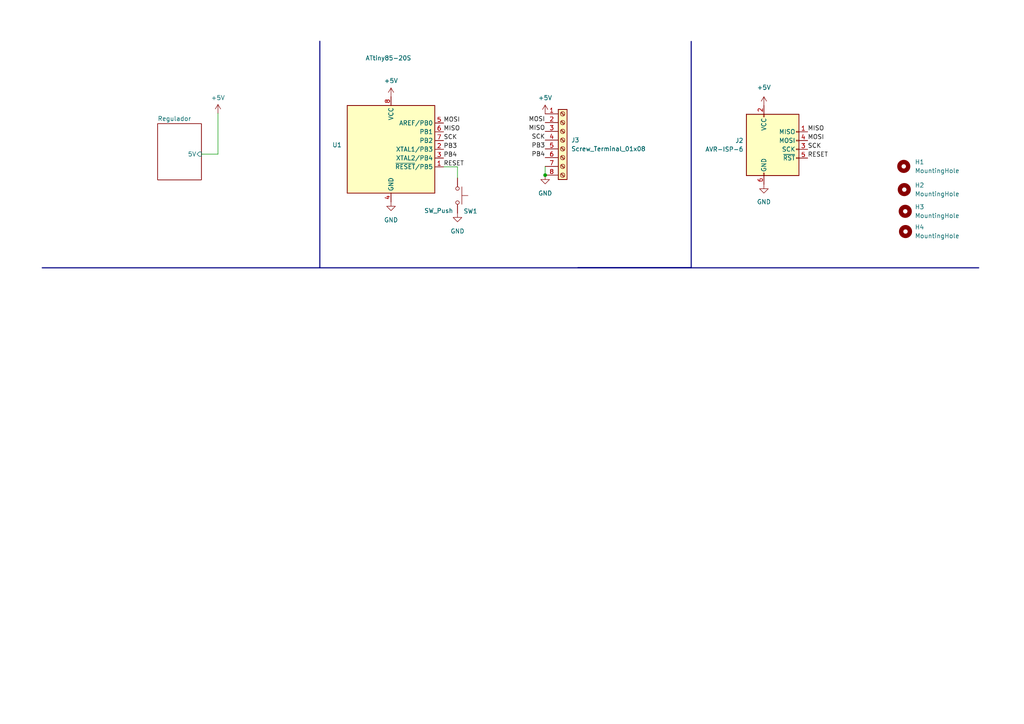
<source format=kicad_sch>
(kicad_sch (version 20230121) (generator eeschema)
  (paper "A4")
  (lib_symbols
    (symbol "Connector:AVR-ISP-6" (pin_names (offset 1.016))
      (property "Reference" "J" (at -6.35 11.43 0))
      (property "Value" "AVR-ISP-6" (at 0 11.43 0))
      (symbol "AVR-ISP-6_0_1"
        (rectangle (start -2.667 -6.858) (end -2.413 -7.62))
        (rectangle (start -2.667 10.16) (end -2.413 9.398))
        (rectangle (start 7.62 -2.413) (end 6.858 -2.667))
        (rectangle (start 7.62 0.127) (end 6.858 -0.127))
        (rectangle (start 7.62 2.667) (end 6.858 2.413))
        (rectangle (start 7.62 5.207) (end 6.858 4.953))
        (rectangle (start 7.62 10.16) (end -7.62 -7.62) (stroke (width 0.254)) (fill (type background)))
      )
      (symbol "AVR-ISP-6_1_1"
        (pin passive line (at 10.16 5.08 180) (length 2.54) (name "MISO") (number "1"))
        (pin passive line (at -2.54 12.7 270) (length 2.54) (name "VCC") (number "2"))
        (pin passive line (at 10.16 0 180) (length 2.54) (name "SCK") (number "3"))
        (pin passive line (at 10.16 2.54 180) (length 2.54) (name "MOSI") (number "4"))
        (pin passive line (at 10.16 -2.54 180) (length 2.54) (name "~{RST}") (number "5"))
        (pin passive line (at -2.54 -10.16 90) (length 2.54) (name "GND") (number "6"))
      )
    )
    (symbol "Connector:Screw_Terminal_01x08" (pin_names (offset 1.016) hide)
      (property "Reference" "J" (at 0 10.16 0))
      (property "Value" "Screw_Terminal_01x08" (at 0 -12.7 0))
      (symbol "Screw_Terminal_01x08_1_1"
        (rectangle (start -1.27 8.89) (end 1.27 -11.43) (stroke (width 0.254)) (fill (type background)))
        (circle (center 0 -10.16) (radius 0.635) (stroke (width 0.1524)))
        (circle (center 0 -7.62) (radius 0.635) (stroke (width 0.1524)))
        (circle (center 0 -5.08) (radius 0.635) (stroke (width 0.1524)))
        (circle (center 0 -2.54) (radius 0.635) (stroke (width 0.1524)))
        (polyline (pts (xy -0.5334 -9.8298) (xy 0.3302 -10.668)) (stroke (width 0.1524)))
        (polyline (pts (xy -0.5334 -7.2898) (xy 0.3302 -8.128)) (stroke (width 0.1524)))
        (polyline (pts (xy -0.5334 -4.7498) (xy 0.3302 -5.588)) (stroke (width 0.1524)))
        (polyline (pts (xy -0.5334 -2.2098) (xy 0.3302 -3.048)) (stroke (width 0.1524)))
        (polyline (pts (xy -0.5334 0.3302) (xy 0.3302 -0.508)) (stroke (width 0.1524)))
        (polyline (pts (xy -0.5334 2.8702) (xy 0.3302 2.032)) (stroke (width 0.1524)))
        (polyline (pts (xy -0.5334 5.4102) (xy 0.3302 4.572)) (stroke (width 0.1524)))
        (polyline (pts (xy -0.5334 7.9502) (xy 0.3302 7.112)) (stroke (width 0.1524)))
        (polyline (pts (xy -0.3556 -9.652) (xy 0.508 -10.4902)) (stroke (width 0.1524)))
        (polyline (pts (xy -0.3556 -7.112) (xy 0.508 -7.9502)) (stroke (width 0.1524)))
        (polyline (pts (xy -0.3556 -4.572) (xy 0.508 -5.4102)) (stroke (width 0.1524)))
        (polyline (pts (xy -0.3556 -2.032) (xy 0.508 -2.8702)) (stroke (width 0.1524)))
        (polyline (pts (xy -0.3556 0.508) (xy 0.508 -0.3302)) (stroke (width 0.1524)))
        (polyline (pts (xy -0.3556 3.048) (xy 0.508 2.2098)) (stroke (width 0.1524)))
        (polyline (pts (xy -0.3556 5.588) (xy 0.508 4.7498)) (stroke (width 0.1524)))
        (polyline (pts (xy -0.3556 8.128) (xy 0.508 7.2898)) (stroke (width 0.1524)))
        (circle (center 0 0) (radius 0.635) (stroke (width 0.1524)))
        (circle (center 0 2.54) (radius 0.635) (stroke (width 0.1524)))
        (circle (center 0 5.08) (radius 0.635) (stroke (width 0.1524)))
        (circle (center 0 7.62) (radius 0.635) (stroke (width 0.1524)))
        (pin passive line (at -5.08 7.62 0) (length 3.81) (name "Pin_1") (number "1"))
        (pin passive line (at -5.08 5.08 0) (length 3.81) (name "Pin_2") (number "2"))
        (pin passive line (at -5.08 2.54 0) (length 3.81) (name "Pin_3") (number "3"))
        (pin passive line (at -5.08 0 0) (length 3.81) (name "Pin_4") (number "4"))
        (pin passive line (at -5.08 -2.54 0) (length 3.81) (name "Pin_5") (number "5"))
        (pin passive line (at -5.08 -5.08 0) (length 3.81) (name "Pin_6") (number "6"))
        (pin passive line (at -5.08 -7.62 0) (length 3.81) (name "Pin_7") (number "7"))
        (pin passive line (at -5.08 -10.16 0) (length 3.81) (name "Pin_8") (number "8"))
      )
    )
    (symbol "MCU_Microchip_ATtiny:ATtiny85-20S"
      (property "Reference" "U" (at -12.7 13.97 0))
      (property "Value" "ATtiny85-20S" (at 2.54 -13.97 0))
      (symbol "ATtiny85-20S_0_1"
        (rectangle (start -12.7 -12.7) (end 12.7 12.7) (stroke (width 0.254)) (fill (type background)))
      )
      (symbol "ATtiny85-20S_1_1"
        (pin bidirectional line (at 15.24 -5.08 180) (length 2.54) (name "~{RESET}/PB5") (number "1"))
        (pin bidirectional line (at 15.24 0 180) (length 2.54) (name "XTAL1/PB3") (number "2"))
        (pin bidirectional line (at 15.24 -2.54 180) (length 2.54) (name "XTAL2/PB4") (number "3"))
        (pin power_in line (at 0 -15.24 90) (length 2.54) (name "GND") (number "4"))
        (pin bidirectional line (at 15.24 7.62 180) (length 2.54) (name "AREF/PB0") (number "5"))
        (pin bidirectional line (at 15.24 5.08 180) (length 2.54) (name "PB1") (number "6"))
        (pin bidirectional line (at 15.24 2.54 180) (length 2.54) (name "PB2") (number "7"))
        (pin power_in line (at 0 15.24 270) (length 2.54) (name "VCC") (number "8"))
      )
    )
    (symbol "Mechanical:MountingHole" (pin_names (offset 1.016))
      (property "Reference" "H" (at 0 5.08 0))
      (property "Value" "MountingHole" (at 0 3.175 0))
      (symbol "MountingHole_0_1"
        (circle (center 0 0) (radius 1.27) (stroke (width 1.27)))
      )
    )
    (symbol "Switch:SW_Push" (pin_numbers hide) (pin_names (offset 1.016) hide)
      (property "Reference" "SW" (at 1.27 2.54 0))
      (property "Value" "SW_Push" (at 0 -1.524 0))
      (symbol "SW_Push_0_1"
        (circle (center -2.032 0) (radius 0.508))
        (polyline (pts (xy 0 1.27) (xy 0 3.048)))
        (polyline (pts (xy 2.54 1.27) (xy -2.54 1.27)))
        (circle (center 2.032 0) (radius 0.508))
        (pin passive line (at -5.08 0 0) (length 2.54) (name "1") (number "1"))
        (pin passive line (at 5.08 0 180) (length 2.54) (name "2") (number "2"))
      )
    )
    (symbol "power:+5V" (power) (pin_names (offset 0))
      (property "Value" "+5V" (at 0 3.556 0))
      (symbol "+5V_0_1"
        (polyline (pts (xy -0.762 1.27) (xy 0 2.54)))
        (polyline (pts (xy 0 0) (xy 0 2.54)))
        (polyline (pts (xy 0 2.54) (xy 0.762 1.27)))
      )
      (symbol "+5V_1_1"
        (pin power_in line (at 0 0 90) (length 0) hide (name "+5V") (number "1"))
      )
    )
    (symbol "power:GND" (power) (pin_names (offset 0))
      (property "Value" "GND" (at 0 -3.81 0))
      (symbol "GND_0_1"
        (polyline (pts (xy 0 0) (xy 0 -1.27) (xy 1.27 -1.27) (xy 0 -2.54) (xy -1.27 -1.27) (xy 0 -1.27)))
      )
      (symbol "GND_1_1"
        (pin power_in line (at 0 0 270) (length 0) hide (name "GND") (number "1"))
      )
    )
  )
  (junction (at 158.115 50.8))
  (bus (pts (xy 92.7608 11.9634) (xy 92.7608 77.597)))
  (bus (pts (xy 12.2428 77.6732) (xy 283.8704 77.6732)))
  (wire (pts (xy 132.6896 48.387) (xy 128.651 48.387)))
  (bus (pts (xy 200.4822 77.6224) (xy 167.6146 77.6224)))
  (bus (pts (xy 200.4822 12.0142) (xy 200.4822 77.6224)))
  (wire (pts (xy 58.42 44.704) (xy 63.2206 44.704)))
  (bus (pts (xy 92.7608 77.597) (xy 92.6846 77.597)))
  (wire (pts (xy 158.115 48.26) (xy 158.115 50.8)))
  (wire (pts (xy 63.2206 44.704) (xy 63.2206 32.8676)))
  (wire (pts (xy 132.6896 51.6382) (xy 132.6896 48.387)))
  (label "MOSI" (at 128.651 35.687 0))
  (label "MISO" (at 234.2642 38.227 0))
  (label "RESET" (at 234.2642 45.847 0))
  (label "PB4" (at 158.115 45.72 180))
  (label "MOSI" (at 158.115 35.56 180))
  (label "PB3" (at 128.651 43.307 0))
  (label "PB4" (at 128.651 45.847 0))
  (label "PB3" (at 158.115 43.18 180))
  (label "SCK" (at 158.115 40.64 180))
  (label "SCK" (at 128.651 40.767 0))
  (label "SCK" (at 234.2642 43.307 0))
  (label "MOSI" (at 234.2642 40.767 0))
  (label "RESET" (at 128.651 48.387 0))
  (label "MISO" (at 158.115 38.1 180))
  (label "MISO" (at 128.651 38.227 0))
  (symbol (lib_id "power:GND") (at 113.411 58.547 0) (unit 1)
    (property "Reference" "#PWR079" (effects hide))
    (property "Value" "GND" (at 113.411 63.804 0))
  )
  (symbol (lib_id "power:GND") (at 132.6896 61.7982 0) (unit 1)
    (property "Reference" "#PWR082" (effects hide))
    (property "Value" "GND" (at 132.6896 67.0552 0))
  )
  (symbol (lib_id "power:+5V") (at 113.411 28.067 0) (unit 1)
    (property "Reference" "#PWR076" (effects hide))
    (property "Value" "+5V" (at 113.411 23.4271 0))
  )
  (symbol (lib_id "Connector:AVR-ISP-6") (at 224.1042 43.307 0) (unit 1)
    (property "Reference" "J2" (at 215.646 40.767 0) (effects (justify right)))
    (property "Value" "AVR-ISP-6" (at 215.646 43.307 0) (effects (justify right)))
    (property "Footprint" "Connector_PinSocket_2.54mm:PinSocket_2x03_P2.54mm_Vertical" (effects hide))
    (property "Datasheet" " ~" (effects hide))
  )
  (symbol (lib_id "Mechanical:MountingHole") (at 262.2804 54.991 0) (unit 1)
    (property "Reference" "H2" (at 265.3284 53.721 0) (effects (justify left)))
    (property "Value" "MountingHole" (at 265.3284 56.261 0) (effects (justify left)))
    (property "Footprint" "MountingHole:MountingHole_3.2mm_M3_ISO14580_Pad_TopBottom" (effects hide))
  )
  (symbol (lib_id "power:+5V") (at 221.5642 30.607 0) (unit 1)
    (property "Reference" "#PWR09" (effects hide))
    (property "Value" "+5V" (at 221.5642 25.3704 0))
  )
  (symbol (lib_id "Mechanical:MountingHole") (at 262.128 48.26 0) (unit 1)
    (property "Reference" "H1" (at 265.3284 46.99 0) (effects (justify left)))
    (property "Value" "MountingHole" (at 265.3284 49.53 0) (effects (justify left)))
    (property "Footprint" "MountingHole:MountingHole_3.2mm_M3_ISO14580_Pad_TopBottom" (effects hide))
  )
  (symbol (lib_id "Switch:SW_Push") (at 132.6896 56.7182 270) (unit 1)
    (property "Reference" "SW1" (at 134.4168 61.2648 90) (effects (justify left)))
    (property "Value" "SW_Push" (at 123.0122 61.1124 90) (effects (justify left)))
    (property "Footprint" "Button_Switch_THT:SW_PUSH_6mm" (effects hide))
  )
  (symbol (lib_id "Mechanical:MountingHole") (at 262.5598 61.2902 0) (unit 1)
    (property "Reference" "H3" (at 265.3284 60.0202 0) (effects (justify left)))
    (property "Value" "MountingHole" (at 265.3284 62.5602 0) (effects (justify left)))
    (property "Footprint" "MountingHole:MountingHole_3.2mm_M3_ISO14580_Pad_TopBottom" (effects hide))
  )
  (symbol (lib_id "Connector:Screw_Terminal_01x08") (at 163.195 40.64 0) (unit 1)
    (property "Reference" "J3" (at 165.6588 40.64 0) (effects (justify left)))
    (property "Value" "Screw_Terminal_01x08" (at 165.6588 43.18 0) (effects (justify left)))
    (property "Footprint" "TerminalBlock_Phoenix:TerminalBlock_Phoenix_MKDS-3-8-5.08_1x08_P5.08mm_Horizontal" (effects hide))
  )
  (symbol (lib_id "power:+5V") (at 63.2206 32.8676 0) (unit 1)
    (property "Reference" "#PWR075" (effects hide))
    (property "Value" "+5V" (at 63.2206 28.3718 0))
  )
  (symbol (lib_id "Mechanical:MountingHole") (at 262.636 67.1576 0) (unit 1)
    (property "Reference" "H4" (at 265.3284 65.8876 0) (effects (justify left)))
    (property "Value" "MountingHole" (at 265.3284 68.4276 0) (effects (justify left)))
    (property "Footprint" "MountingHole:MountingHole_3.2mm_M3_ISO14580_Pad_TopBottom" (effects hide))
  )
  (symbol (lib_id "power:GND") (at 221.5642 53.467 0) (unit 1)
    (property "Reference" "#PWR010" (effects hide))
    (property "Value" "GND" (at 221.5642 58.552 0))
  )
  (symbol (lib_id "MCU_Microchip_ATtiny:ATtiny85-20S") (at 113.411 43.307 0) (unit 1)
    (property "Reference" "U1" (at 99.1362 42.037 0) (effects (justify right)))
    (property "Value" "ATtiny85-20S" (at 119.3292 16.8402 0) (effects (justify right)))
    (property "Footprint" "Package_SO:SOIC-8W_5.3x5.3mm_P1.27mm" (effects hide))
    (property "Datasheet" "http://ww1.microchip.com/downloads/en/DeviceDoc/atmel-2586-avr-8-bit-microcontroller-attiny25-attiny45-attiny85_datasheet.pdf" (effects hide))
  )
  (symbol (lib_id "power:GND") (at 158.115 50.8 0) (unit 1)
    (property "Reference" "#PWR012" (effects hide))
    (property "Value" "GND" (at 158.115 56.057 0))
  )
  (symbol (lib_id "power:+5V") (at 158.115 33.02 0) (unit 1)
    (property "Reference" "#PWR011" (effects hide))
    (property "Value" "+5V" (at 158.115 28.3801 0))
  )
  (sheet (at 45.72 35.8648) (size 12.7 16.3068) (stroke (width 0.1524))
    (property "Sheetname" "Regulador" (at 45.72 35.1532 0) (effects (justify left bottom)))
    (property "Sheetfile" "Regulador.kicad_sch" (effects hide))
    (pin "5V" input (at 58.42 44.704 0))
  )
)
</source>
